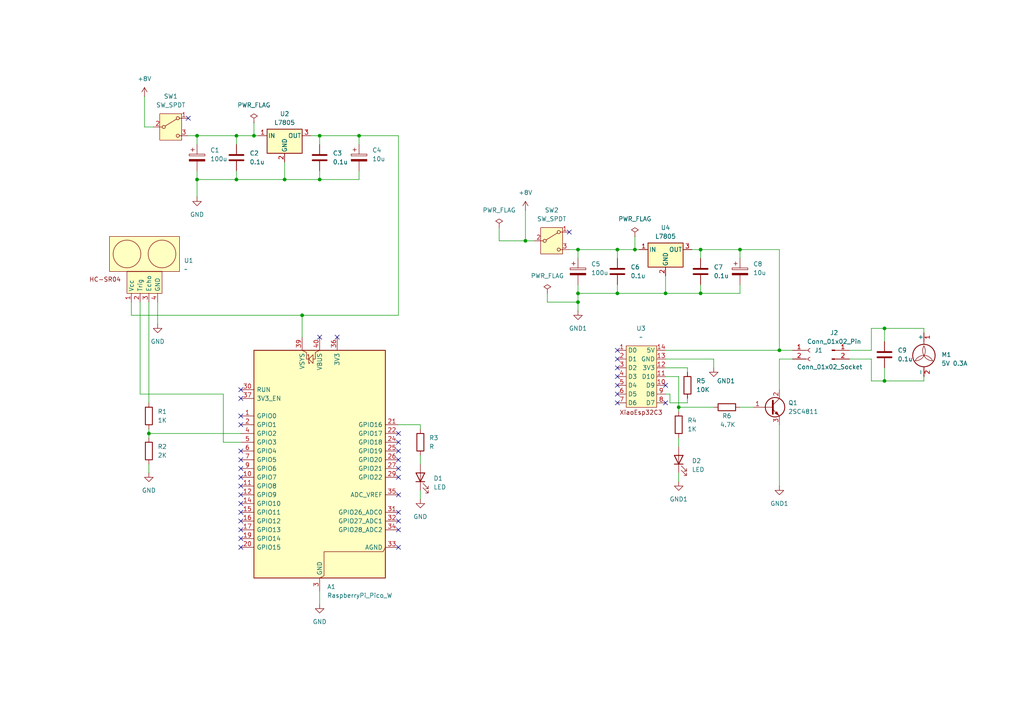
<source format=kicad_sch>
(kicad_sch (version 20250114) (generator "eeschema") (generator_version "9.0")
  (paper "A4")
  (lib_symbols
    (symbol "Connector:Conn_01x02_Pin" (pin_names (offset 1.016) (hide yes))
      (property "Reference" "J" (at 0 2.54 0))
      (property "Value" "Conn_01x02_Pin" (at 0 -5.08 0))
      (symbol "Conn_01x02_Pin_1_1"
        (rectangle (start 0.8636 0.127) (end 0 -0.127) (stroke (width 0.1524)) (fill (type outline)))
        (rectangle (start 0.8636 -2.413) (end 0 -2.667) (stroke (width 0.1524)) (fill (type outline)))
        (polyline (pts (xy 1.27 0) (xy 0.8636 0)) (stroke (width 0.1524)))
        (polyline (pts (xy 1.27 -2.54) (xy 0.8636 -2.54)) (stroke (width 0.1524)))
        (pin passive line (at 5.08 0 180) (length 3.81) (name "Pin_1") (number "1"))
        (pin passive line (at 5.08 -2.54 180) (length 3.81) (name "Pin_2") (number "2"))
      )
    )
    (symbol "Connector:Conn_01x02_Socket" (pin_names (offset 1.016) (hide yes))
      (property "Reference" "J" (at 0 2.54 0))
      (property "Value" "Conn_01x02_Socket" (at 0 -5.08 0))
      (symbol "Conn_01x02_Socket_1_1"
        (polyline (pts (xy -1.27 0) (xy -0.508 0)) (stroke (width 0.1524)))
        (polyline (pts (xy -1.27 -2.54) (xy -0.508 -2.54)) (stroke (width 0.1524)))
        (arc (start 0 -0.508) (mid -0.5058 0) (end 0 0.508) (stroke (width 0.1524)))
        (arc (start 0 -3.048) (mid -0.5058 -2.54) (end 0 -2.032) (stroke (width 0.1524)))
        (pin passive line (at -5.08 0 0) (length 3.81) (name "Pin_1") (number "1"))
        (pin passive line (at -5.08 -2.54 0) (length 3.81) (name "Pin_2") (number "2"))
      )
    )
    (symbol "Device:C" (pin_numbers (hide yes)) (pin_names (offset 0.254))
      (property "Reference" "C" (at 0.635 2.54 0))
      (property "Value" "C" (at 0.635 -2.54 0))
      (symbol "C_0_1"
        (polyline (pts (xy -2.032 0.762) (xy 2.032 0.762)) (stroke (width 0.508)))
        (polyline (pts (xy -2.032 -0.762) (xy 2.032 -0.762)) (stroke (width 0.508)))
      )
      (symbol "C_1_1"
        (pin passive line (at 0 3.81 270) (length 2.794) (name "~") (number "1"))
        (pin passive line (at 0 -3.81 90) (length 2.794) (name "~") (number "2"))
      )
    )
    (symbol "Device:C_Polarized" (pin_numbers (hide yes)) (pin_names (offset 0.254))
      (property "Reference" "C" (at 0.635 2.54 0))
      (property "Value" "C_Polarized" (at 0.635 -2.54 0))
      (symbol "C_Polarized_0_1"
        (rectangle (start -2.286 0.508) (end 2.286 1.016))
        (polyline (pts (xy -1.778 2.286) (xy -0.762 2.286)))
        (polyline (pts (xy -1.27 2.794) (xy -1.27 1.778)))
        (rectangle (start 2.286 -0.508) (end -2.286 -1.016) (fill (type outline)))
      )
      (symbol "C_Polarized_1_1"
        (pin passive line (at 0 3.81 270) (length 2.794) (name "~") (number "1"))
        (pin passive line (at 0 -3.81 90) (length 2.794) (name "~") (number "2"))
      )
    )
    (symbol "Device:LED" (pin_numbers (hide yes)) (pin_names (offset 1.016) (hide yes))
      (property "Reference" "D" (at 0 2.54 0))
      (property "Value" "LED" (at 0 -2.54 0))
      (symbol "LED_0_1"
        (polyline (pts (xy -3.048 -0.762) (xy -4.572 -2.286) (xy -3.81 -2.286) (xy -4.572 -2.286) (xy -4.572 -1.524)))
        (polyline (pts (xy -1.778 -0.762) (xy -3.302 -2.286) (xy -2.54 -2.286) (xy -3.302 -2.286) (xy -3.302 -1.524)))
        (polyline (pts (xy -1.27 0) (xy 1.27 0)))
        (polyline (pts (xy -1.27 -1.27) (xy -1.27 1.27)) (stroke (width 0.254)))
        (polyline (pts (xy 1.27 -1.27) (xy 1.27 1.27) (xy -1.27 0) (xy 1.27 -1.27)) (stroke (width 0.254)))
      )
      (symbol "LED_1_1"
        (pin passive line (at -3.81 0 0) (length 2.54) (name "K") (number "1"))
        (pin passive line (at 3.81 0 180) (length 2.54) (name "A") (number "2"))
      )
    )
    (symbol "Device:R" (pin_numbers (hide yes)) (pin_names (offset 0))
      (property "Reference" "R" (at 2.032 0 90))
      (property "Value" "R" (at 0 0 90))
      (symbol "R_0_1"
        (rectangle (start -1.016 -2.54) (end 1.016 2.54) (stroke (width 0.254)))
      )
      (symbol "R_1_1"
        (pin passive line (at 0 3.81 270) (length 1.27) (name "~") (number "1"))
        (pin passive line (at 0 -3.81 90) (length 1.27) (name "~") (number "2"))
      )
    )
    (symbol "MCU_Module:RaspberryPi_Pico_W" (pin_names (offset 0.762))
      (property "Reference" "A" (at -19.05 35.56 0))
      (property "Value" "RaspberryPi_Pico_W" (at 7.62 35.56 0))
      (symbol "RaspberryPi_Pico_W_0_1"
        (rectangle (start -19.05 34.29) (end 19.05 -31.75) (stroke (width 0.254)) (fill (type background)))
        (polyline (pts (xy -5.08 34.29) (xy -3.81 33.655) (xy -3.81 31.75) (xy -3.175 31.75)))
        (polyline (pts (xy -3.429 32.766) (xy -3.429 33.02) (xy -3.175 33.02) (xy -3.175 30.48) (xy -2.921 30.48) (xy -2.921 30.734)))
        (polyline (pts (xy -3.175 31.75) (xy -1.905 33.02) (xy -1.905 30.48) (xy -3.175 31.75)))
        (polyline (pts (xy 0 34.29) (xy -1.27 33.655) (xy -1.27 31.75) (xy -1.905 31.75)))
        (polyline (pts (xy 0 -31.75) (xy 1.27 -31.115) (xy 1.27 -24.13) (xy 18.415 -24.13) (xy 19.05 -22.86)))
      )
      (symbol "RaspberryPi_Pico_W_1_1"
        (pin passive line (at -22.86 22.86 0) (length 3.81) (name "RUN") (number "30"))
        (pin passive line (at -22.86 20.32 0) (length 3.81) (name "3V3_EN") (number "37"))
        (pin bidirectional line (at -22.86 15.24 0) (length 3.81) (name "GPIO0") (number "1"))
        (pin bidirectional line (at -22.86 12.7 0) (length 3.81) (name "GPIO1") (number "2"))
        (pin bidirectional line (at -22.86 10.16 0) (length 3.81) (name "GPIO2") (number "4"))
        (pin bidirectional line (at -22.86 7.62 0) (length 3.81) (name "GPIO3") (number "5"))
        (pin bidirectional line (at -22.86 5.08 0) (length 3.81) (name "GPIO4") (number "6"))
        (pin bidirectional line (at -22.86 2.54 0) (length 3.81) (name "GPIO5") (number "7"))
        (pin bidirectional line (at -22.86 0 0) (length 3.81) (name "GPIO6") (number "9"))
        (pin bidirectional line (at -22.86 -2.54 0) (length 3.81) (name "GPIO7") (number "10"))
        (pin bidirectional line (at -22.86 -5.08 0) (length 3.81) (name "GPIO8") (number "11"))
        (pin bidirectional line (at -22.86 -7.62 0) (length 3.81) (name "GPIO9") (number "12"))
        (pin bidirectional line (at -22.86 -10.16 0) (length 3.81) (name "GPIO10") (number "14"))
        (pin bidirectional line (at -22.86 -12.7 0) (length 3.81) (name "GPIO11") (number "15"))
        (pin bidirectional line (at -22.86 -15.24 0) (length 3.81) (name "GPIO12") (number "16"))
        (pin bidirectional line (at -22.86 -17.78 0) (length 3.81) (name "GPIO13") (number "17"))
        (pin bidirectional line (at -22.86 -20.32 0) (length 3.81) (name "GPIO14") (number "19"))
        (pin bidirectional line (at -22.86 -22.86 0) (length 3.81) (name "GPIO15") (number "20"))
        (pin power_in line (at -5.08 38.1 270) (length 3.81) (name "VSYS") (number "39"))
        (pin power_out line (at 0 38.1 270) (length 3.81) (name "VBUS") (number "40"))
        (pin passive line (at 0 -35.56 90) (length 3.81) (hide yes) (name "GND") (number "13"))
        (pin passive line (at 0 -35.56 90) (length 3.81) (hide yes) (name "GND") (number "18"))
        (pin passive line (at 0 -35.56 90) (length 3.81) (hide yes) (name "GND") (number "23"))
        (pin passive line (at 0 -35.56 90) (length 3.81) (hide yes) (name "GND") (number "28"))
        (pin power_out line (at 0 -35.56 90) (length 3.81) (name "GND") (number "3"))
        (pin passive line (at 0 -35.56 90) (length 3.81) (hide yes) (name "GND") (number "38"))
        (pin passive line (at 0 -35.56 90) (length 3.81) (hide yes) (name "GND") (number "8"))
        (pin power_out line (at 5.08 38.1 270) (length 3.81) (name "3V3") (number "36"))
        (pin bidirectional line (at 22.86 12.7 180) (length 3.81) (name "GPIO16") (number "21"))
        (pin bidirectional line (at 22.86 10.16 180) (length 3.81) (name "GPIO17") (number "22"))
        (pin bidirectional line (at 22.86 7.62 180) (length 3.81) (name "GPIO18") (number "24"))
        (pin bidirectional line (at 22.86 5.08 180) (length 3.81) (name "GPIO19") (number "25"))
        (pin bidirectional line (at 22.86 2.54 180) (length 3.81) (name "GPIO20") (number "26"))
        (pin bidirectional line (at 22.86 0 180) (length 3.81) (name "GPIO21") (number "27"))
        (pin bidirectional line (at 22.86 -2.54 180) (length 3.81) (name "GPIO22") (number "29"))
        (pin power_in line (at 22.86 -7.62 180) (length 3.81) (name "ADC_VREF") (number "35"))
        (pin bidirectional line (at 22.86 -12.7 180) (length 3.81) (name "GPIO26_ADC0") (number "31"))
        (pin bidirectional line (at 22.86 -15.24 180) (length 3.81) (name "GPIO27_ADC1") (number "32"))
        (pin bidirectional line (at 22.86 -17.78 180) (length 3.81) (name "GPIO28_ADC2") (number "34"))
        (pin power_out line (at 22.86 -22.86 180) (length 3.81) (name "AGND") (number "33"))
      )
    )
    (symbol "Motor:Fan" (pin_names (offset 0))
      (property "Reference" "M" (at 2.54 5.08 0))
      (property "Value" "Fan" (at 2.54 -2.54 0))
      (symbol "Fan_0_1"
        (arc (start 0 3.81) (mid -0.0015 0.9048) (end -2.54 -0.508))
        (polyline (pts (xy 0 4.572) (xy 0 5.08)))
        (polyline (pts (xy 0 4.2672) (xy 0 4.6228)))
        (circle (center 0 1.016) (radius 3.2512) (stroke (width 0.254)))
        (arc (start -2.54 -0.508) (mid 0 1.0618) (end 2.54 -0.508))
        (polyline (pts (xy 0 -2.2352) (xy 0 -2.6416)))
        (polyline (pts (xy 0 -5.08) (xy 0 -4.572)))
        (arc (start 2.54 -0.508) (mid 0.047 0.9315) (end 0 3.81))
      )
      (symbol "Fan_1_1"
        (pin passive line (at 0 7.62 270) (length 2.54) (name "+") (number "1"))
        (pin passive line (at 0 -5.08 90) (length 2.54) (name "-") (number "2"))
      )
    )
    (symbol "My_Lib:xiao_esp32_c3"
      (property "Reference" "U" (at 0.254 1.778 0))
      (symbol "xiao_esp32_c3_1_1"
        (rectangle (start -3.81 0) (end 5.08 -17.78) (fill (type background)))
        (text "XiaoEsp32C3" (at 0.508 -19.304 0) (effects (font (size 1.27 1.27))))
        (pin passive line (at -6.35 -1.27 0) (length 2.54) (name "D0") (number "1"))
        (pin passive line (at -6.35 -3.81 0) (length 2.54) (name "D1") (number "2"))
        (pin passive line (at -6.35 -6.35 0) (length 2.54) (name "D2") (number "3"))
        (pin passive line (at -6.35 -8.89 0) (length 2.54) (name "D3") (number "4"))
        (pin passive line (at -6.35 -11.43 0) (length 2.54) (name "D4") (number "5"))
        (pin passive line (at -6.35 -13.97 0) (length 2.54) (name "D5") (number "6"))
        (pin passive line (at -6.35 -16.51 0) (length 2.54) (name "D6") (number "7"))
        (pin power_in line (at 7.62 -1.27 180) (length 2.54) (name "5V") (number "14"))
        (pin passive line (at 7.62 -3.81 180) (length 2.54) (name "GND") (number "13"))
        (pin power_out line (at 7.62 -6.35 180) (length 2.54) (name "3V3") (number "12"))
        (pin passive line (at 7.62 -8.89 180) (length 2.54) (name "D10") (number "11"))
        (pin passive line (at 7.62 -11.43 180) (length 2.54) (name "D9") (number "10"))
        (pin passive line (at 7.62 -13.97 180) (length 2.54) (name "D8") (number "9"))
        (pin passive line (at 7.62 -16.51 180) (length 2.54) (name "D7") (number "8"))
      )
    )
    (symbol "New_Library:HC-SR04"
      (property "Reference" "U" (at 0 7.62 0))
      (symbol "HC-SR04_0_1"
        (circle (center -5.08 1.27) (radius 4.0161))
        (circle (center 5.08 1.27) (radius 4.0161))
      )
      (symbol "HC-SR04_1_1"
        (rectangle (start -10.16 6.35) (end 10.16 -3.81) (fill (type background)))
        (polyline (pts (xy -5.08 -3.81) (xy -5.08 -10.16) (xy 5.08 -10.16) (xy 5.08 -3.81) (xy -5.08 -3.81)) (fill (type background)))
        (text "HC-SR04" (at -11.43 -6.096 0) (effects (font (size 1.27 1.27))))
        (pin power_in line (at -3.81 -12.7 90) (length 2.54) (name "Vcc") (number "1"))
        (pin input line (at -1.27 -12.7 90) (length 2.54) (name "Trig") (number "2"))
        (pin output line (at 1.27 -12.7 90) (length 2.54) (name "Echo") (number "3"))
        (pin passive line (at 3.81 -12.7 90) (length 2.54) (name "GND") (number "4"))
      )
    )
    (symbol "Regulator_Linear:L7805" (pin_names (offset 0.254))
      (property "Reference" "U" (at -3.81 3.175 0))
      (property "Value" "L7805" (at 0 3.175 0))
      (symbol "L7805_0_1"
        (rectangle (start -5.08 1.905) (end 5.08 -5.08) (stroke (width 0.254)) (fill (type background)))
      )
      (symbol "L7805_1_1"
        (pin power_in line (at -7.62 0 0) (length 2.54) (name "IN") (number "1"))
        (pin power_in line (at 0 -7.62 90) (length 2.54) (name "GND") (number "2"))
        (pin power_out line (at 7.62 0 180) (length 2.54) (name "OUT") (number "3"))
      )
    )
    (symbol "Switch:SW_SPDT" (pin_names (offset 0) (hide yes))
      (property "Reference" "SW" (at 0 5.08 0))
      (property "Value" "SW_SPDT" (at 0 -5.08 0))
      (symbol "SW_SPDT_0_1"
        (circle (center -2.032 0) (radius 0.4572))
        (polyline (pts (xy -1.651 0.254) (xy 1.651 2.286)))
        (circle (center 2.032 2.54) (radius 0.4572))
        (circle (center 2.032 -2.54) (radius 0.4572))
      )
      (symbol "SW_SPDT_1_1"
        (rectangle (start -3.175 3.81) (end 3.175 -3.81) (fill (type background)))
        (pin passive line (at -5.08 0 0) (length 2.54) (name "B") (number "2"))
        (pin passive line (at 5.08 2.54 180) (length 2.54) (name "A") (number "1"))
        (pin passive line (at 5.08 -2.54 180) (length 2.54) (name "C") (number "3"))
      )
    )
    (symbol "Transistor_BJT:Q_NPN_BCE" (pin_names (offset 0) (hide yes))
      (property "Reference" "Q" (at 5.08 1.27 0))
      (property "Value" "Q_NPN_BCE" (at 5.08 -1.27 0))
      (symbol "Q_NPN_BCE_0_1"
        (polyline (pts (xy -2.54 0) (xy 0.635 0)))
        (polyline (pts (xy 0.635 1.905) (xy 0.635 -1.905)) (stroke (width 0.508)))
        (circle (center 1.27 0) (radius 2.8194) (stroke (width 0.254)))
      )
      (symbol "Q_NPN_BCE_1_1"
        (polyline (pts (xy 0.635 0.635) (xy 2.54 2.54)))
        (polyline (pts (xy 0.635 -0.635) (xy 2.54 -2.54)))
        (polyline (pts (xy 1.27 -1.778) (xy 1.778 -1.27) (xy 2.286 -2.286) (xy 1.27 -1.778)) (fill (type outline)))
        (pin input line (at -5.08 0 0) (length 2.54) (name "B") (number "1"))
        (pin passive line (at 2.54 5.08 270) (length 2.54) (name "C") (number "2"))
        (pin passive line (at 2.54 -5.08 90) (length 2.54) (name "E") (number "3"))
      )
    )
    (symbol "power:+8V" (power) (pin_numbers (hide yes)) (pin_names (offset 0) (hide yes))
      (property "Value" "+8V" (at 0 3.556 0))
      (symbol "+8V_0_1"
        (polyline (pts (xy -0.762 1.27) (xy 0 2.54)))
        (polyline (pts (xy 0 2.54) (xy 0.762 1.27)))
        (polyline (pts (xy 0 0) (xy 0 2.54)))
      )
      (symbol "+8V_1_1"
        (pin power_in line (at 0 0 90) (length 0) (name "~") (number "1"))
      )
    )
    (symbol "power:GND" (power) (pin_numbers (hide yes)) (pin_names (offset 0) (hide yes))
      (property "Value" "GND" (at 0 -3.81 0))
      (symbol "GND_0_1"
        (polyline (pts (xy 0 0) (xy 0 -1.27) (xy 1.27 -1.27) (xy 0 -2.54) (xy -1.27 -1.27) (xy 0 -1.27)))
      )
      (symbol "GND_1_1"
        (pin power_in line (at 0 0 270) (length 0) (name "~") (number "1"))
      )
    )
    (symbol "power:GND1" (power) (pin_numbers (hide yes)) (pin_names (offset 0) (hide yes))
      (property "Value" "GND1" (at 0 -3.81 0))
      (symbol "GND1_0_1"
        (polyline (pts (xy 0 0) (xy 0 -1.27) (xy 1.27 -1.27) (xy 0 -2.54) (xy -1.27 -1.27) (xy 0 -1.27)))
      )
      (symbol "GND1_1_1"
        (pin power_in line (at 0 0 270) (length 0) (name "~") (number "1"))
      )
    )
    (symbol "power:PWR_FLAG" (power) (pin_numbers (hide yes)) (pin_names (offset 0) (hide yes))
      (property "Value" "PWR_FLAG" (at 0 3.81 0))
      (symbol "PWR_FLAG_0_0"
        (pin power_out line (at 0 0 90) (length 0) (name "~") (number "1"))
      )
      (symbol "PWR_FLAG_0_1"
        (polyline (pts (xy 0 0) (xy 0 1.27) (xy -1.016 1.905) (xy 0 2.54) (xy 1.016 1.905) (xy 0 1.27)))
      )
    )
  )
  (junction (at 43.18 125.73))
  (junction (at 87.63 91.44))
  (junction (at 179.07 85.09))
  (junction (at 203.2 85.09))
  (junction (at 196.85 118.11))
  (junction (at 73.66 39.37))
  (junction (at 179.07 72.39))
  (junction (at 167.64 87.63))
  (junction (at 152.4 69.85))
  (junction (at 57.15 39.37))
  (junction (at 214.63 72.39))
  (junction (at 92.71 39.37))
  (junction (at 104.14 39.37))
  (junction (at 193.04 85.09))
  (junction (at 256.54 95.25))
  (junction (at 68.58 52.07))
  (junction (at 226.06 101.6))
  (junction (at 82.55 52.07))
  (junction (at 57.15 52.07))
  (junction (at 203.2 72.39))
  (junction (at 256.54 110.49))
  (junction (at 184.15 72.39))
  (junction (at 68.58 39.37))
  (junction (at 92.71 52.07))
  (junction (at 167.64 72.39))
  (junction (at 167.64 85.09))
  (no_connect (at 69.85 148.59))
  (no_connect (at 115.57 125.73))
  (no_connect (at 179.07 106.68))
  (no_connect (at 115.57 133.35))
  (no_connect (at 92.71 97.79))
  (no_connect (at 115.57 148.59))
  (no_connect (at 115.57 158.75))
  (no_connect (at 165.1 67.31))
  (no_connect (at 97.79 97.79))
  (no_connect (at 69.85 146.05))
  (no_connect (at 69.85 123.19))
  (no_connect (at 193.04 116.84))
  (no_connect (at 69.85 158.75))
  (no_connect (at 179.07 116.84))
  (no_connect (at 69.85 156.21))
  (no_connect (at 69.85 151.13))
  (no_connect (at 69.85 120.65))
  (no_connect (at 54.61 34.29))
  (no_connect (at 69.85 133.35))
  (no_connect (at 179.07 109.22))
  (no_connect (at 179.07 104.14))
  (no_connect (at 69.85 140.97))
  (no_connect (at 115.57 138.43))
  (no_connect (at 115.57 128.27))
  (no_connect (at 69.85 138.43))
  (no_connect (at 115.57 151.13))
  (no_connect (at 115.57 143.51))
  (no_connect (at 179.07 114.3))
  (no_connect (at 179.07 101.6))
  (no_connect (at 69.85 113.03))
  (no_connect (at 69.85 135.89))
  (no_connect (at 179.07 111.76))
  (no_connect (at 115.57 130.81))
  (no_connect (at 69.85 115.57))
  (no_connect (at 193.04 111.76))
  (no_connect (at 115.57 135.89))
  (no_connect (at 69.85 153.67))
  (no_connect (at 69.85 130.81))
  (no_connect (at 69.85 143.51))
  (no_connect (at 115.57 153.67))
  (wire (pts (xy 256.54 95.25) (xy 267.97 95.25)))
  (wire (pts (xy 152.4 69.85) (xy 154.94 69.85)))
  (wire (pts (xy 256.54 95.25) (xy 256.54 99.06)))
  (wire (pts (xy 196.85 137.16) (xy 196.85 139.7)))
  (wire (pts (xy 193.04 109.22) (xy 196.85 109.22)))
  (wire (pts (xy 167.64 82.55) (xy 167.64 85.09)))
  (wire (pts (xy 226.06 101.6) (xy 226.06 72.39)))
  (wire (pts (xy 203.2 82.55) (xy 203.2 85.09)))
  (wire (pts (xy 199.39 116.84) (xy 194.31 116.84)))
  (wire (pts (xy 246.38 104.14) (xy 252.73 104.14)))
  (wire (pts (xy 92.71 49.53) (xy 92.71 52.07)))
  (wire (pts (xy 167.64 72.39) (xy 179.07 72.39)))
  (wire (pts (xy 167.64 87.63) (xy 167.64 90.17)))
  (wire (pts (xy 57.15 52.07) (xy 57.15 57.15)))
  (wire (pts (xy 184.15 72.39) (xy 185.42 72.39)))
  (wire (pts (xy 184.15 68.58) (xy 184.15 72.39)))
  (wire (pts (xy 179.07 72.39) (xy 179.07 74.93)))
  (wire (pts (xy 43.18 125.73) (xy 43.18 127)))
  (wire (pts (xy 229.87 104.14) (xy 226.06 104.14)))
  (wire (pts (xy 252.73 110.49) (xy 256.54 110.49)))
  (wire (pts (xy 199.39 107.95) (xy 199.39 106.68)))
  (wire (pts (xy 256.54 110.49) (xy 267.97 110.49)))
  (wire (pts (xy 92.71 39.37) (xy 92.71 41.91)))
  (wire (pts (xy 196.85 127) (xy 196.85 129.54)))
  (wire (pts (xy 193.04 104.14) (xy 207.01 104.14)))
  (wire (pts (xy 252.73 95.25) (xy 256.54 95.25)))
  (wire (pts (xy 199.39 115.57) (xy 199.39 116.84)))
  (wire (pts (xy 267.97 95.25) (xy 267.97 96.52)))
  (wire (pts (xy 196.85 118.11) (xy 196.85 119.38)))
  (wire (pts (xy 158.75 87.63) (xy 167.64 87.63)))
  (wire (pts (xy 104.14 52.07) (xy 92.71 52.07)))
  (wire (pts (xy 92.71 52.07) (xy 82.55 52.07)))
  (wire (pts (xy 252.73 104.14) (xy 252.73 110.49)))
  (wire (pts (xy 82.55 46.99) (xy 82.55 52.07)))
  (wire (pts (xy 92.71 171.45) (xy 92.71 175.26)))
  (wire (pts (xy 167.64 72.39) (xy 167.64 74.93)))
  (wire (pts (xy 214.63 72.39) (xy 214.63 74.93)))
  (wire (pts (xy 64.77 114.3) (xy 64.77 128.27)))
  (wire (pts (xy 87.63 91.44) (xy 87.63 97.79)))
  (wire (pts (xy 69.85 125.73) (xy 43.18 125.73)))
  (wire (pts (xy 194.31 116.84) (xy 194.31 114.3)))
  (wire (pts (xy 104.14 49.53) (xy 104.14 52.07)))
  (wire (pts (xy 57.15 39.37) (xy 57.15 41.91)))
  (wire (pts (xy 45.72 87.63) (xy 45.72 93.98)))
  (wire (pts (xy 144.78 69.85) (xy 152.4 69.85)))
  (wire (pts (xy 158.75 85.09) (xy 158.75 87.63)))
  (wire (pts (xy 43.18 134.62) (xy 43.18 137.16)))
  (wire (pts (xy 214.63 118.11) (xy 218.44 118.11)))
  (wire (pts (xy 104.14 39.37) (xy 104.14 41.91)))
  (wire (pts (xy 193.04 101.6) (xy 226.06 101.6)))
  (wire (pts (xy 226.06 123.19) (xy 226.06 140.97)))
  (wire (pts (xy 57.15 39.37) (xy 68.58 39.37)))
  (wire (pts (xy 203.2 85.09) (xy 193.04 85.09)))
  (wire (pts (xy 194.31 114.3) (xy 193.04 114.3)))
  (wire (pts (xy 43.18 124.46) (xy 43.18 125.73)))
  (wire (pts (xy 73.66 39.37) (xy 74.93 39.37)))
  (wire (pts (xy 152.4 60.96) (xy 152.4 69.85)))
  (wire (pts (xy 144.78 66.04) (xy 144.78 69.85)))
  (wire (pts (xy 214.63 85.09) (xy 203.2 85.09)))
  (wire (pts (xy 38.1 87.63) (xy 38.1 91.44)))
  (wire (pts (xy 200.66 72.39) (xy 203.2 72.39)))
  (wire (pts (xy 68.58 52.07) (xy 82.55 52.07)))
  (wire (pts (xy 199.39 106.68) (xy 193.04 106.68)))
  (wire (pts (xy 203.2 72.39) (xy 214.63 72.39)))
  (wire (pts (xy 179.07 85.09) (xy 193.04 85.09)))
  (wire (pts (xy 92.71 39.37) (xy 104.14 39.37)))
  (wire (pts (xy 115.57 39.37) (xy 104.14 39.37)))
  (wire (pts (xy 121.92 142.24) (xy 121.92 144.78)))
  (wire (pts (xy 40.64 87.63) (xy 40.64 114.3)))
  (wire (pts (xy 226.06 72.39) (xy 214.63 72.39)))
  (wire (pts (xy 115.57 39.37) (xy 115.57 91.44)))
  (wire (pts (xy 165.1 72.39) (xy 167.64 72.39)))
  (wire (pts (xy 214.63 82.55) (xy 214.63 85.09)))
  (wire (pts (xy 252.73 101.6) (xy 246.38 101.6)))
  (wire (pts (xy 73.66 35.56) (xy 73.66 39.37)))
  (wire (pts (xy 41.91 27.94) (xy 41.91 36.83)))
  (wire (pts (xy 68.58 39.37) (xy 73.66 39.37)))
  (wire (pts (xy 90.17 39.37) (xy 92.71 39.37)))
  (wire (pts (xy 121.92 132.08) (xy 121.92 134.62)))
  (wire (pts (xy 115.57 123.19) (xy 121.92 123.19)))
  (wire (pts (xy 43.18 87.63) (xy 43.18 116.84)))
  (wire (pts (xy 226.06 104.14) (xy 226.06 113.03)))
  (wire (pts (xy 68.58 39.37) (xy 68.58 41.91)))
  (wire (pts (xy 54.61 39.37) (xy 57.15 39.37)))
  (wire (pts (xy 196.85 109.22) (xy 196.85 118.11)))
  (wire (pts (xy 207.01 104.14) (xy 207.01 106.68)))
  (wire (pts (xy 196.85 118.11) (xy 207.01 118.11)))
  (wire (pts (xy 267.97 110.49) (xy 267.97 109.22)))
  (wire (pts (xy 38.1 91.44) (xy 87.63 91.44)))
  (wire (pts (xy 121.92 123.19) (xy 121.92 124.46)))
  (wire (pts (xy 226.06 101.6) (xy 229.87 101.6)))
  (wire (pts (xy 40.64 114.3) (xy 64.77 114.3)))
  (wire (pts (xy 167.64 85.09) (xy 179.07 85.09)))
  (wire (pts (xy 179.07 82.55) (xy 179.07 85.09)))
  (wire (pts (xy 68.58 49.53) (xy 68.58 52.07)))
  (wire (pts (xy 256.54 106.68) (xy 256.54 110.49)))
  (wire (pts (xy 64.77 128.27) (xy 69.85 128.27)))
  (wire (pts (xy 41.91 36.83) (xy 44.45 36.83)))
  (wire (pts (xy 203.2 72.39) (xy 203.2 74.93)))
  (wire (pts (xy 57.15 49.53) (xy 57.15 52.07)))
  (wire (pts (xy 57.15 52.07) (xy 68.58 52.07)))
  (wire (pts (xy 87.63 91.44) (xy 115.57 91.44)))
  (wire (pts (xy 193.04 80.01) (xy 193.04 85.09)))
  (wire (pts (xy 252.73 95.25) (xy 252.73 101.6)))
  (wire (pts (xy 167.64 85.09) (xy 167.64 87.63)))
  (wire (pts (xy 179.07 72.39) (xy 184.15 72.39)))
  (symbol (lib_id "My_Lib:xiao_esp32_c3") (at 185.42 100.33 0) (unit 1)
    (property "Reference" "U3" (at 185.928 95.25 0))
    (property "Value" "~" (at 185.928 97.79 0))
  )
  (symbol (lib_id "power:+8V") (at 41.91 27.94 0) (unit 1)
    (property "Reference" "#PWR01" (effects (hide yes)))
    (property "Value" "+8V" (at 41.91 22.86 0))
    (property "Description" "Power symbol creates a global label with name \"+8V\"" (effects (hide yes)))
  )
  (symbol (lib_id "Device:C") (at 179.07 78.74 0) (unit 1)
    (property "Reference" "C6" (at 182.88 77.4699 0) (effects (justify left)))
    (property "Value" "0.1u" (at 182.88 80.0099 0) (effects (justify left)))
    (property "Description" "Unpolarized capacitor" (effects (hide yes)))
  )
  (symbol (lib_id "Device:C_Polarized") (at 57.15 45.72 0) (unit 1)
    (property "Reference" "C1" (at 60.96 43.5609 0) (effects (justify left)))
    (property "Value" "100u" (at 60.96 46.1009 0) (effects (justify left)))
    (property "Description" "Polarized capacitor" (effects (hide yes)))
  )
  (symbol (lib_id "power:GND1") (at 167.64 90.17 0) (unit 1)
    (property "Reference" "#PWR08" (effects (hide yes)))
    (property "Value" "GND1" (at 167.64 95.25 0))
    (property "Description" "Power symbol creates a global label with name \"GND1\" , ground" (effects (hide yes)))
  )
  (symbol (lib_id "power:GND") (at 57.15 57.15 0) (unit 1)
    (property "Reference" "#PWR04" (effects (hide yes)))
    (property "Value" "GND" (at 57.15 62.23 0))
    (property "Description" "Power symbol creates a global label with name \"GND\" , ground" (effects (hide yes)))
  )
  (symbol (lib_id "Motor:Fan") (at 267.97 104.14 0) (unit 1)
    (property "Reference" "M1" (at 273.05 102.8699 0) (effects (justify left)))
    (property "Value" "5V 0.3A" (at 273.05 105.4099 0) (effects (justify left)))
    (property "Description" "Fan" (effects (hide yes)))
  )
  (symbol (lib_id "Device:R") (at 210.82 118.11 90) (unit 1)
    (property "Reference" "R6" (at 210.82 120.65 90))
    (property "Value" "4.7K" (at 211.074 123.19 90))
    (property "Description" "Resistor" (effects (hide yes)))
  )
  (symbol (lib_id "New_Library:HC-SR04") (at 41.91 74.93 0) (unit 1)
    (property "Reference" "U1" (at 53.34 75.5649 0) (effects (justify left)))
    (property "Value" "~" (at 53.34 78.1049 0) (effects (justify left)))
  )
  (symbol (lib_id "power:GND") (at 45.72 93.98 0) (unit 1)
    (property "Reference" "#PWR03" (effects (hide yes)))
    (property "Value" "GND" (at 45.72 99.06 0))
    (property "Description" "Power symbol creates a global label with name \"GND\" , ground" (effects (hide yes)))
  )
  (symbol (lib_id "power:GND") (at 43.18 137.16 0) (unit 1)
    (property "Reference" "#PWR02" (effects (hide yes)))
    (property "Value" "GND" (at 43.18 142.24 0))
    (property "Description" "Power symbol creates a global label with name \"GND\" , ground" (effects (hide yes)))
  )
  (symbol (lib_id "Device:C") (at 68.58 45.72 0) (unit 1)
    (property "Reference" "C2" (at 72.39 44.4499 0) (effects (justify left)))
    (property "Value" "0.1u" (at 72.39 46.9899 0) (effects (justify left)))
    (property "Description" "Unpolarized capacitor" (effects (hide yes)))
  )
  (symbol (lib_id "Device:C") (at 203.2 78.74 0) (unit 1)
    (property "Reference" "C7" (at 207.01 77.4699 0) (effects (justify left)))
    (property "Value" "0.1u" (at 207.01 80.0099 0) (effects (justify left)))
    (property "Description" "Unpolarized capacitor" (effects (hide yes)))
  )
  (symbol (lib_id "power:GND") (at 121.92 144.78 0) (unit 1)
    (property "Reference" "#PWR06" (effects (hide yes)))
    (property "Value" "GND" (at 121.92 149.86 0))
    (property "Description" "Power symbol creates a global label with name \"GND\" , ground" (effects (hide yes)))
  )
  (symbol (lib_id "Connector:Conn_01x02_Socket") (at 234.95 101.6 0) (unit 1)
    (property "Reference" "J1" (at 236.22 101.5999 0) (effects (justify left)))
    (property "Value" "Conn_01x02_Socket" (at 231.14 106.426 0) (effects (justify left)))
    (property "Description" "Generic connector, single row, 01x02, script generated" (effects (hide yes)))
  )
  (symbol (lib_id "power:+8V") (at 152.4 60.96 0) (unit 1)
    (property "Reference" "#PWR07" (effects (hide yes)))
    (property "Value" "+8V" (at 152.4 55.88 0))
    (property "Description" "Power symbol creates a global label with name \"+8V\"" (effects (hide yes)))
  )
  (symbol (lib_id "Device:C_Polarized") (at 104.14 45.72 0) (unit 1)
    (property "Reference" "C4" (at 107.95 43.5609 0) (effects (justify left)))
    (property "Value" "10u" (at 107.95 46.1009 0) (effects (justify left)))
    (property "Description" "Polarized capacitor" (effects (hide yes)))
  )
  (symbol (lib_id "Regulator_Linear:L7805") (at 82.55 39.37 0) (unit 1)
    (property "Reference" "U2" (at 82.55 33.02 0))
    (property "Value" "L7805" (at 82.55 35.56 0))
    (property "Datasheet" "http://www.st.com/content/ccc/resource/technical/document/datasheet/41/4f/b3/b0/12/d4/47/88/CD00000444.pdf/files/CD00000444.pdf/jcr:content/translations/en.CD00000444.pdf" (effects (hide yes)))
    (property "Description" "Positive 1.5A 35V Linear Regulator, Fixed Output 5V, TO-220/TO-263/TO-252" (effects (hide yes)))
  )
  (symbol (lib_id "Device:LED") (at 121.92 138.43 90) (unit 1)
    (property "Reference" "D1" (at 125.73 138.7474 90) (effects (justify right)))
    (property "Value" "LED" (at 125.73 141.2874 90) (effects (justify right)))
    (property "Description" "Light emitting diode" (effects (hide yes)))
    (property "Sim.Pins" "1=K 2=A" (effects (hide yes)))
  )
  (symbol (lib_id "Connector:Conn_01x02_Pin") (at 241.3 101.6 0) (unit 1)
    (property "Reference" "J2" (at 241.935 96.52 0))
    (property "Value" "Conn_01x02_Pin" (at 241.935 99.06 0))
    (property "Description" "Generic connector, single row, 01x02, script generated" (effects (hide yes)))
  )
  (symbol (lib_id "Device:R") (at 196.85 123.19 0) (unit 1)
    (property "Reference" "R4" (at 199.39 121.9199 0) (effects (justify left)))
    (property "Value" "1K" (at 199.39 124.4599 0) (effects (justify left)))
    (property "Description" "Resistor" (effects (hide yes)))
  )
  (symbol (lib_id "Switch:SW_SPDT") (at 160.02 69.85 0) (unit 1)
    (property "Reference" "SW2" (at 160.02 60.96 0))
    (property "Value" "SW_SPDT" (at 160.02 63.5 0))
    (property "Description" "Switch, single pole double throw" (effects (hide yes)))
  )
  (symbol (lib_id "Regulator_Linear:L7805") (at 193.04 72.39 0) (unit 1)
    (property "Reference" "U4" (at 193.04 66.04 0))
    (property "Value" "L7805" (at 193.04 68.58 0))
    (property "Datasheet" "http://www.st.com/content/ccc/resource/technical/document/datasheet/41/4f/b3/b0/12/d4/47/88/CD00000444.pdf/files/CD00000444.pdf/jcr:content/translations/en.CD00000444.pdf" (effects (hide yes)))
    (property "Description" "Positive 1.5A 35V Linear Regulator, Fixed Output 5V, TO-220/TO-263/TO-252" (effects (hide yes)))
  )
  (symbol (lib_id "power:GND") (at 92.71 175.26 0) (unit 1)
    (property "Reference" "#PWR05" (effects (hide yes)))
    (property "Value" "GND" (at 92.71 180.34 0))
    (property "Description" "Power symbol creates a global label with name \"GND\" , ground" (effects (hide yes)))
  )
  (symbol (lib_id "Device:R") (at 199.39 111.76 0) (unit 1)
    (property "Reference" "R5" (at 201.93 110.4899 0) (effects (justify left)))
    (property "Value" "10K" (at 201.93 113.0299 0) (effects (justify left)))
    (property "Description" "Resistor" (effects (hide yes)))
  )
  (symbol (lib_id "MCU_Module:RaspberryPi_Pico_W") (at 92.71 135.89 0) (unit 1)
    (property "Reference" "A1" (at 94.8533 170.18 0) (effects (justify left)))
    (property "Value" "RaspberryPi_Pico_W" (at 94.8533 172.72 0) (effects (justify left)))
    (property "Footprint" "Module:RaspberryPi_Pico_W_SMD_HandSolder" (effects (hide yes)))
    (property "Datasheet" "https://datasheets.raspberrypi.com/picow/pico-w-datasheet.pdf" (effects (hide yes)))
    (property "Description" "Versatile and inexpensive wireless microcontroller module powered by RP2040 dual-core Arm Cortex-M0+ processor up to 133 MHz, 264kB SRAM, 2MB QSPI flash, Infineon CYW43439 2.4GHz 802.11n wireless LAN; also supports Raspberry Pi Pico 2 W" (effects (hide yes)))
  )
  (symbol (lib_id "power:GND1") (at 226.06 140.97 0) (unit 1)
    (property "Reference" "#PWR011" (effects (hide yes)))
    (property "Value" "GND1" (at 226.06 146.05 0))
    (property "Description" "Power symbol creates a global label with name \"GND1\" , ground" (effects (hide yes)))
  )
  (symbol (lib_id "Device:R") (at 43.18 130.81 0) (unit 1)
    (property "Reference" "R2" (at 45.72 129.5399 0) (effects (justify left)))
    (property "Value" "2K" (at 45.72 132.0799 0) (effects (justify left)))
    (property "Description" "Resistor" (effects (hide yes)))
  )
  (symbol (lib_id "Device:C_Polarized") (at 214.63 78.74 0) (unit 1)
    (property "Reference" "C8" (at 218.44 76.5809 0) (effects (justify left)))
    (property "Value" "10u" (at 218.44 79.1209 0) (effects (justify left)))
    (property "Description" "Polarized capacitor" (effects (hide yes)))
  )
  (symbol (lib_id "Device:R") (at 121.92 128.27 0) (unit 1)
    (property "Reference" "R3" (at 124.46 126.9999 0) (effects (justify left)))
    (property "Value" "R" (at 124.46 129.5399 0) (effects (justify left)))
    (property "Description" "Resistor" (effects (hide yes)))
  )
  (symbol (lib_id "Device:C_Polarized") (at 167.64 78.74 0) (unit 1)
    (property "Reference" "C5" (at 171.45 76.5809 0) (effects (justify left)))
    (property "Value" "100u" (at 171.45 79.1209 0) (effects (justify left)))
    (property "Description" "Polarized capacitor" (effects (hide yes)))
  )
  (symbol (lib_id "Device:LED") (at 196.85 133.35 90) (unit 1)
    (property "Reference" "D2" (at 200.66 133.6674 90) (effects (justify right)))
    (property "Value" "LED" (at 200.66 136.2074 90) (effects (justify right)))
    (property "Description" "Light emitting diode" (effects (hide yes)))
    (property "Sim.Pins" "1=K 2=A" (effects (hide yes)))
  )
  (symbol (lib_id "Device:C") (at 92.71 45.72 0) (unit 1)
    (property "Reference" "C3" (at 96.52 44.4499 0) (effects (justify left)))
    (property "Value" "0.1u" (at 96.52 46.9899 0) (effects (justify left)))
    (property "Description" "Unpolarized capacitor" (effects (hide yes)))
  )
  (symbol (lib_id "Transistor_BJT:Q_NPN_BCE") (at 223.52 118.11 0) (unit 1)
    (property "Reference" "Q1" (at 228.6 116.8399 0) (effects (justify left)))
    (property "Value" "2SC4811" (at 228.6 119.3799 0) (effects (justify left)))
    (property "Description" "NPN transistor, base/collector/emitter" (effects (hide yes)))
  )
  (symbol (lib_id "power:GND1") (at 196.85 139.7 0) (unit 1)
    (property "Reference" "#PWR09" (effects (hide yes)))
    (property "Value" "GND1" (at 196.85 144.78 0))
    (property "Description" "Power symbol creates a global label with name \"GND1\" , ground" (effects (hide yes)))
  )
  (symbol (lib_id "Switch:SW_SPDT") (at 49.53 36.83 0) (unit 1)
    (property "Reference" "SW1" (at 49.53 27.94 0))
    (property "Value" "SW_SPDT" (at 49.53 30.48 0))
    (property "Description" "Switch, single pole double throw" (effects (hide yes)))
  )
  (symbol (lib_id "power:PWR_FLAG") (at 73.66 35.56 0) (unit 1)
    (property "Reference" "#FLG02" (effects (hide yes)))
    (property "Value" "PWR_FLAG" (at 73.66 30.48 0))
    (property "Description" "Special symbol for telling ERC where power comes from" (effects (hide yes)))
  )
  (symbol (lib_id "power:GND1") (at 207.01 106.68 0) (unit 1)
    (property "Reference" "#PWR010" (effects (hide yes)))
    (property "Value" "GND1" (at 210.566 110.49 0))
    (property "Description" "Power symbol creates a global label with name \"GND1\" , ground" (effects (hide yes)))
  )
  (symbol (lib_id "power:PWR_FLAG") (at 158.75 85.09 0) (unit 1)
    (property "Reference" "#FLG04" (effects (hide yes)))
    (property "Value" "PWR_FLAG" (at 158.75 80.01 0))
    (property "Description" "Special symbol for telling ERC where power comes from" (effects (hide yes)))
  )
  (symbol (lib_id "power:PWR_FLAG") (at 184.15 68.58 0) (unit 1)
    (property "Reference" "#FLG05" (effects (hide yes)))
    (property "Value" "PWR_FLAG" (at 184.15 63.5 0))
    (property "Description" "Special symbol for telling ERC where power comes from" (effects (hide yes)))
  )
  (symbol (lib_id "Device:C") (at 256.54 102.87 0) (unit 1)
    (property "Reference" "C9" (at 260.35 101.5999 0) (effects (justify left)))
    (property "Value" "0.1u" (at 260.35 104.1399 0) (effects (justify left)))
    (property "Description" "Unpolarized capacitor" (effects (hide yes)))
  )
  (symbol (lib_id "power:PWR_FLAG") (at 144.78 66.04 0) (unit 1)
    (property "Reference" "#FLG03" (effects (hide yes)))
    (property "Value" "PWR_FLAG" (at 144.78 60.96 0))
    (property "Description" "Special symbol for telling ERC where power comes from" (effects (hide yes)))
  )
  (symbol (lib_id "Device:R") (at 43.18 120.65 0) (unit 1)
    (property "Reference" "R1" (at 45.72 119.3799 0) (effects (justify left)))
    (property "Value" "1K" (at 45.72 121.9199 0) (effects (justify left)))
    (property "Description" "Resistor" (effects (hide yes)))
  )
)
</source>
